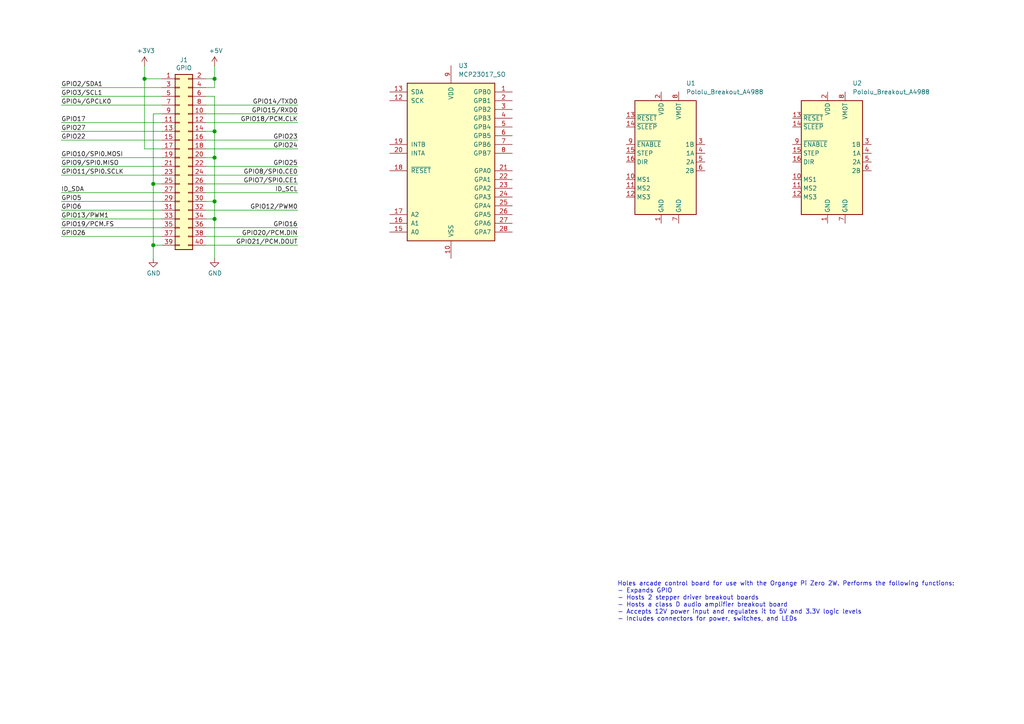
<source format=kicad_sch>
(kicad_sch (version 20250114) (generator "eeschema") (generator_version "9.0")
  (paper "A4")
  (title_block (title "Holes arcade control board") (date "2025-06-07") (rev "1"))
  (lib_symbols
    (symbol "Connector_Generic:Conn_02x20_Odd_Even" (pin_names (offset 1.016) (hide yes))
      (property "Reference" "J" (at 1.27 25.4 0))
      (property "Value" "Conn_02x20_Odd_Even" (at 1.27 -27.94 0))
      (symbol "Conn_02x20_Odd_Even_1_1"
        (rectangle (start -1.27 24.13) (end 3.81 -26.67) (stroke (width 0.254)) (fill (type background)))
        (rectangle (start -1.27 22.987) (end 0 22.733) (stroke (width 0.1524)))
        (rectangle (start -1.27 20.447) (end 0 20.193) (stroke (width 0.1524)))
        (rectangle (start -1.27 17.907) (end 0 17.653) (stroke (width 0.1524)))
        (rectangle (start -1.27 15.367) (end 0 15.113) (stroke (width 0.1524)))
        (rectangle (start -1.27 12.827) (end 0 12.573) (stroke (width 0.1524)))
        (rectangle (start -1.27 10.287) (end 0 10.033) (stroke (width 0.1524)))
        (rectangle (start -1.27 7.747) (end 0 7.493) (stroke (width 0.1524)))
        (rectangle (start -1.27 5.207) (end 0 4.953) (stroke (width 0.1524)))
        (rectangle (start -1.27 2.667) (end 0 2.413) (stroke (width 0.1524)))
        (rectangle (start -1.27 0.127) (end 0 -0.127) (stroke (width 0.1524)))
        (rectangle (start -1.27 -2.413) (end 0 -2.667) (stroke (width 0.1524)))
        (rectangle (start -1.27 -4.953) (end 0 -5.207) (stroke (width 0.1524)))
        (rectangle (start -1.27 -7.493) (end 0 -7.747) (stroke (width 0.1524)))
        (rectangle (start -1.27 -10.033) (end 0 -10.287) (stroke (width 0.1524)))
        (rectangle (start -1.27 -12.573) (end 0 -12.827) (stroke (width 0.1524)))
        (rectangle (start -1.27 -15.113) (end 0 -15.367) (stroke (width 0.1524)))
        (rectangle (start -1.27 -17.653) (end 0 -17.907) (stroke (width 0.1524)))
        (rectangle (start -1.27 -20.193) (end 0 -20.447) (stroke (width 0.1524)))
        (rectangle (start -1.27 -22.733) (end 0 -22.987) (stroke (width 0.1524)))
        (rectangle (start -1.27 -25.273) (end 0 -25.527) (stroke (width 0.1524)))
        (rectangle (start 3.81 22.987) (end 2.54 22.733) (stroke (width 0.1524)))
        (rectangle (start 3.81 20.447) (end 2.54 20.193) (stroke (width 0.1524)))
        (rectangle (start 3.81 17.907) (end 2.54 17.653) (stroke (width 0.1524)))
        (rectangle (start 3.81 15.367) (end 2.54 15.113) (stroke (width 0.1524)))
        (rectangle (start 3.81 12.827) (end 2.54 12.573) (stroke (width 0.1524)))
        (rectangle (start 3.81 10.287) (end 2.54 10.033) (stroke (width 0.1524)))
        (rectangle (start 3.81 7.747) (end 2.54 7.493) (stroke (width 0.1524)))
        (rectangle (start 3.81 5.207) (end 2.54 4.953) (stroke (width 0.1524)))
        (rectangle (start 3.81 2.667) (end 2.54 2.413) (stroke (width 0.1524)))
        (rectangle (start 3.81 0.127) (end 2.54 -0.127) (stroke (width 0.1524)))
        (rectangle (start 3.81 -2.413) (end 2.54 -2.667) (stroke (width 0.1524)))
        (rectangle (start 3.81 -4.953) (end 2.54 -5.207) (stroke (width 0.1524)))
        (rectangle (start 3.81 -7.493) (end 2.54 -7.747) (stroke (width 0.1524)))
        (rectangle (start 3.81 -10.033) (end 2.54 -10.287) (stroke (width 0.1524)))
        (rectangle (start 3.81 -12.573) (end 2.54 -12.827) (stroke (width 0.1524)))
        (rectangle (start 3.81 -15.113) (end 2.54 -15.367) (stroke (width 0.1524)))
        (rectangle (start 3.81 -17.653) (end 2.54 -17.907) (stroke (width 0.1524)))
        (rectangle (start 3.81 -20.193) (end 2.54 -20.447) (stroke (width 0.1524)))
        (rectangle (start 3.81 -22.733) (end 2.54 -22.987) (stroke (width 0.1524)))
        (rectangle (start 3.81 -25.273) (end 2.54 -25.527) (stroke (width 0.1524)))
        (pin passive line (at -5.08 22.86 0) (length 3.81) (name "Pin_1") (number "1"))
        (pin passive line (at -5.08 20.32 0) (length 3.81) (name "Pin_3") (number "3"))
        (pin passive line (at -5.08 17.78 0) (length 3.81) (name "Pin_5") (number "5"))
        (pin passive line (at -5.08 15.24 0) (length 3.81) (name "Pin_7") (number "7"))
        (pin passive line (at -5.08 12.7 0) (length 3.81) (name "Pin_9") (number "9"))
        (pin passive line (at -5.08 10.16 0) (length 3.81) (name "Pin_11") (number "11"))
        (pin passive line (at -5.08 7.62 0) (length 3.81) (name "Pin_13") (number "13"))
        (pin passive line (at -5.08 5.08 0) (length 3.81) (name "Pin_15") (number "15"))
        (pin passive line (at -5.08 2.54 0) (length 3.81) (name "Pin_17") (number "17"))
        (pin passive line (at -5.08 0 0) (length 3.81) (name "Pin_19") (number "19"))
        (pin passive line (at -5.08 -2.54 0) (length 3.81) (name "Pin_21") (number "21"))
        (pin passive line (at -5.08 -5.08 0) (length 3.81) (name "Pin_23") (number "23"))
        (pin passive line (at -5.08 -7.62 0) (length 3.81) (name "Pin_25") (number "25"))
        (pin passive line (at -5.08 -10.16 0) (length 3.81) (name "Pin_27") (number "27"))
        (pin passive line (at -5.08 -12.7 0) (length 3.81) (name "Pin_29") (number "29"))
        (pin passive line (at -5.08 -15.24 0) (length 3.81) (name "Pin_31") (number "31"))
        (pin passive line (at -5.08 -17.78 0) (length 3.81) (name "Pin_33") (number "33"))
        (pin passive line (at -5.08 -20.32 0) (length 3.81) (name "Pin_35") (number "35"))
        (pin passive line (at -5.08 -22.86 0) (length 3.81) (name "Pin_37") (number "37"))
        (pin passive line (at -5.08 -25.4 0) (length 3.81) (name "Pin_39") (number "39"))
        (pin passive line (at 7.62 22.86 180) (length 3.81) (name "Pin_2") (number "2"))
        (pin passive line (at 7.62 20.32 180) (length 3.81) (name "Pin_4") (number "4"))
        (pin passive line (at 7.62 17.78 180) (length 3.81) (name "Pin_6") (number "6"))
        (pin passive line (at 7.62 15.24 180) (length 3.81) (name "Pin_8") (number "8"))
        (pin passive line (at 7.62 12.7 180) (length 3.81) (name "Pin_10") (number "10"))
        (pin passive line (at 7.62 10.16 180) (length 3.81) (name "Pin_12") (number "12"))
        (pin passive line (at 7.62 7.62 180) (length 3.81) (name "Pin_14") (number "14"))
        (pin passive line (at 7.62 5.08 180) (length 3.81) (name "Pin_16") (number "16"))
        (pin passive line (at 7.62 2.54 180) (length 3.81) (name "Pin_18") (number "18"))
        (pin passive line (at 7.62 0 180) (length 3.81) (name "Pin_20") (number "20"))
        (pin passive line (at 7.62 -2.54 180) (length 3.81) (name "Pin_22") (number "22"))
        (pin passive line (at 7.62 -5.08 180) (length 3.81) (name "Pin_24") (number "24"))
        (pin passive line (at 7.62 -7.62 180) (length 3.81) (name "Pin_26") (number "26"))
        (pin passive line (at 7.62 -10.16 180) (length 3.81) (name "Pin_28") (number "28"))
        (pin passive line (at 7.62 -12.7 180) (length 3.81) (name "Pin_30") (number "30"))
        (pin passive line (at 7.62 -15.24 180) (length 3.81) (name "Pin_32") (number "32"))
        (pin passive line (at 7.62 -17.78 180) (length 3.81) (name "Pin_34") (number "34"))
        (pin passive line (at 7.62 -20.32 180) (length 3.81) (name "Pin_36") (number "36"))
        (pin passive line (at 7.62 -22.86 180) (length 3.81) (name "Pin_38") (number "38"))
        (pin passive line (at 7.62 -25.4 180) (length 3.81) (name "Pin_40") (number "40"))
      )
    )
    (symbol "Driver_Motor:Pololu_Breakout_A4988"
      (property "Reference" "A" (at -2.54 19.05 0))
      (property "Value" "Pololu_Breakout_A4988" (at -2.54 16.51 0))
      (symbol "Pololu_Breakout_A4988_0_1"
        (rectangle (start 10.16 -17.78) (end -7.62 15.24) (stroke (width 0.254)) (fill (type background)))
      )
      (symbol "Pololu_Breakout_A4988_1_1"
        (pin input line (at -10.16 10.16 0) (length 2.54) (name "~{RESET}") (number "13"))
        (pin input line (at -10.16 7.62 0) (length 2.54) (name "~{SLEEP}") (number "14"))
        (pin input line (at -10.16 2.54 0) (length 2.54) (name "~{ENABLE}") (number "9"))
        (pin input line (at -10.16 0 0) (length 2.54) (name "STEP") (number "15"))
        (pin input line (at -10.16 -2.54 0) (length 2.54) (name "DIR") (number "16"))
        (pin input line (at -10.16 -7.62 0) (length 2.54) (name "MS1") (number "10"))
        (pin input line (at -10.16 -10.16 0) (length 2.54) (name "MS2") (number "11"))
        (pin input line (at -10.16 -12.7 0) (length 2.54) (name "MS3") (number "12"))
        (pin power_in line (at 0 17.78 270) (length 2.54) (name "VDD") (number "2"))
        (pin power_in line (at 0 -20.32 90) (length 2.54) (name "GND") (number "1"))
        (pin power_in line (at 5.08 17.78 270) (length 2.54) (name "VMOT") (number "8"))
        (pin power_in line (at 5.08 -20.32 90) (length 2.54) (name "GND") (number "7"))
        (pin output line (at 12.7 2.54 180) (length 2.54) (name "1B") (number "3"))
        (pin output line (at 12.7 0 180) (length 2.54) (name "1A") (number "4"))
        (pin output line (at 12.7 -2.54 180) (length 2.54) (name "2A") (number "5"))
        (pin output line (at 12.7 -5.08 180) (length 2.54) (name "2B") (number "6"))
      )
    )
    (symbol "Interface_Expansion:MCP23017_SO" (pin_names (offset 1.016))
      (property "Reference" "U" (at -11.43 24.13 0))
      (property "Value" "MCP23017_SO" (at 0 0 0))
      (symbol "MCP23017_SO_0_1"
        (rectangle (start -12.7 22.86) (end 12.7 -22.86) (stroke (width 0.254)) (fill (type background)))
      )
      (symbol "MCP23017_SO_1_1"
        (pin bidirectional line (at -17.78 20.32 0) (length 5.08) (name "SDA") (number "13"))
        (pin input line (at -17.78 17.78 0) (length 5.08) (name "SCK") (number "12"))
        (pin tri_state line (at -17.78 5.08 0) (length 5.08) (name "INTB") (number "19"))
        (pin tri_state line (at -17.78 2.54 0) (length 5.08) (name "INTA") (number "20"))
        (pin input line (at -17.78 -2.54 0) (length 5.08) (name "~{RESET}") (number "18"))
        (pin input line (at -17.78 -15.24 0) (length 5.08) (name "A2") (number "17"))
        (pin input line (at -17.78 -17.78 0) (length 5.08) (name "A1") (number "16"))
        (pin input line (at -17.78 -20.32 0) (length 5.08) (name "A0") (number "15"))
        (pin no_connect line (at -12.7 15.24 0) (length 5.08) (hide yes) (name "NC") (number "11"))
        (pin no_connect line (at -12.7 12.7 0) (length 5.08) (hide yes) (name "NC") (number "14"))
        (pin power_in line (at 0 27.94 270) (length 5.08) (name "VDD") (number "9"))
        (pin power_in line (at 0 -27.94 90) (length 5.08) (name "VSS") (number "10"))
        (pin bidirectional line (at 17.78 20.32 180) (length 5.08) (name "GPB0") (number "1"))
        (pin bidirectional line (at 17.78 17.78 180) (length 5.08) (name "GPB1") (number "2"))
        (pin bidirectional line (at 17.78 15.24 180) (length 5.08) (name "GPB2") (number "3"))
        (pin bidirectional line (at 17.78 12.7 180) (length 5.08) (name "GPB3") (number "4"))
        (pin bidirectional line (at 17.78 10.16 180) (length 5.08) (name "GPB4") (number "5"))
        (pin bidirectional line (at 17.78 7.62 180) (length 5.08) (name "GPB5") (number "6"))
        (pin bidirectional line (at 17.78 5.08 180) (length 5.08) (name "GPB6") (number "7"))
        (pin output line (at 17.78 2.54 180) (length 5.08) (name "GPB7") (number "8"))
        (pin bidirectional line (at 17.78 -2.54 180) (length 5.08) (name "GPA0") (number "21"))
        (pin bidirectional line (at 17.78 -5.08 180) (length 5.08) (name "GPA1") (number "22"))
        (pin bidirectional line (at 17.78 -7.62 180) (length 5.08) (name "GPA2") (number "23"))
        (pin bidirectional line (at 17.78 -10.16 180) (length 5.08) (name "GPA3") (number "24"))
        (pin bidirectional line (at 17.78 -12.7 180) (length 5.08) (name "GPA4") (number "25"))
        (pin bidirectional line (at 17.78 -15.24 180) (length 5.08) (name "GPA5") (number "26"))
        (pin bidirectional line (at 17.78 -17.78 180) (length 5.08) (name "GPA6") (number "27"))
        (pin output line (at 17.78 -20.32 180) (length 5.08) (name "GPA7") (number "28"))
      )
    )
    (symbol "power:+3.3V" (power) (pin_numbers (hide yes)) (pin_names (offset 0) (hide yes))
      (property "Value" "+3.3V" (at 0 3.556 0))
      (symbol "+3.3V_0_1"
        (polyline (pts (xy -0.762 1.27) (xy 0 2.54)))
        (polyline (pts (xy 0 2.54) (xy 0.762 1.27)))
        (polyline (pts (xy 0 0) (xy 0 2.54)))
      )
      (symbol "+3.3V_1_1"
        (pin power_in line (at 0 0 90) (length 0) (name "~") (number "1"))
      )
    )
    (symbol "power:+5V" (power) (pin_numbers (hide yes)) (pin_names (offset 0) (hide yes))
      (property "Value" "+5V" (at 0 3.556 0))
      (symbol "+5V_0_1"
        (polyline (pts (xy -0.762 1.27) (xy 0 2.54)))
        (polyline (pts (xy 0 2.54) (xy 0.762 1.27)))
        (polyline (pts (xy 0 0) (xy 0 2.54)))
      )
      (symbol "+5V_1_1"
        (pin power_in line (at 0 0 90) (length 0) (name "~") (number "1"))
      )
    )
    (symbol "power:GND" (power) (pin_numbers (hide yes)) (pin_names (offset 0) (hide yes))
      (property "Value" "GND" (at 0 -3.81 0))
      (symbol "GND_0_1"
        (polyline (pts (xy 0 0) (xy 0 -1.27) (xy 1.27 -1.27) (xy 0 -2.54) (xy -1.27 -1.27) (xy 0 -1.27)))
      )
      (symbol "GND_1_1"
        (pin power_in line (at 0 0 270) (length 0) (name "~") (number "1"))
      )
    )
  )
  (text "Holes arcade control board for use with the Organge Pi Zero 2W. Performs the following functions:\n- Expands GPIO\n- Hosts 2 stepper driver breakout boards\n- Hosts a class D audio amplifier breakout board\n- Accepts 12V power input and regulates it to 5V and 3.3V logic levels\n- Includes connectors for power, switches, and LEDs" (at 179.07 180.34 0) (effects (font (size 1.27 1.27)) (justify left bottom)))
  (junction (at 62.23 58.42) (diameter 1.016))
  (junction (at 41.91 22.86) (diameter 1.016))
  (junction (at 62.23 63.5) (diameter 1.016))
  (junction (at 44.45 53.34) (diameter 1.016))
  (junction (at 62.23 45.72) (diameter 1.016))
  (junction (at 62.23 38.1) (diameter 1.016))
  (junction (at 44.45 71.12) (diameter 1.016))
  (junction (at 62.23 22.86) (diameter 1.016))
  (wire (pts (xy 44.45 53.34) (xy 44.45 71.12)))
  (wire (pts (xy 59.69 53.34) (xy 86.36 53.34)))
  (wire (pts (xy 46.99 35.56) (xy 17.78 35.56)))
  (wire (pts (xy 62.23 27.94) (xy 62.23 38.1)))
  (wire (pts (xy 62.23 45.72) (xy 59.69 45.72)))
  (wire (pts (xy 62.23 58.42) (xy 62.23 63.5)))
  (wire (pts (xy 62.23 45.72) (xy 62.23 58.42)))
  (wire (pts (xy 59.69 30.48) (xy 86.36 30.48)))
  (wire (pts (xy 44.45 33.02) (xy 44.45 53.34)))
  (wire (pts (xy 44.45 33.02) (xy 46.99 33.02)))
  (wire (pts (xy 59.69 50.8) (xy 86.36 50.8)))
  (wire (pts (xy 46.99 55.88) (xy 17.78 55.88)))
  (wire (pts (xy 17.78 58.42) (xy 46.99 58.42)))
  (wire (pts (xy 44.45 53.34) (xy 46.99 53.34)))
  (wire (pts (xy 59.69 40.64) (xy 86.36 40.64)))
  (wire (pts (xy 59.69 71.12) (xy 86.36 71.12)))
  (wire (pts (xy 44.45 71.12) (xy 44.45 74.93)))
  (wire (pts (xy 17.78 38.1) (xy 46.99 38.1)))
  (wire (pts (xy 41.91 19.05) (xy 41.91 22.86)))
  (wire (pts (xy 62.23 63.5) (xy 59.69 63.5)))
  (wire (pts (xy 17.78 27.94) (xy 46.99 27.94)))
  (wire (pts (xy 17.78 50.8) (xy 46.99 50.8)))
  (wire (pts (xy 41.91 43.18) (xy 46.99 43.18)))
  (wire (pts (xy 46.99 25.4) (xy 17.78 25.4)))
  (wire (pts (xy 62.23 22.86) (xy 62.23 25.4)))
  (wire (pts (xy 62.23 38.1) (xy 62.23 45.72)))
  (wire (pts (xy 59.69 35.56) (xy 86.36 35.56)))
  (wire (pts (xy 62.23 38.1) (xy 59.69 38.1)))
  (wire (pts (xy 62.23 19.05) (xy 62.23 22.86)))
  (wire (pts (xy 17.78 30.48) (xy 46.99 30.48)))
  (wire (pts (xy 62.23 22.86) (xy 59.69 22.86)))
  (wire (pts (xy 41.91 22.86) (xy 41.91 43.18)))
  (wire (pts (xy 59.69 43.18) (xy 86.36 43.18)))
  (wire (pts (xy 59.69 33.02) (xy 86.36 33.02)))
  (wire (pts (xy 17.78 40.64) (xy 46.99 40.64)))
  (wire (pts (xy 17.78 48.26) (xy 46.99 48.26)))
  (wire (pts (xy 17.78 60.96) (xy 46.99 60.96)))
  (wire (pts (xy 62.23 25.4) (xy 59.69 25.4)))
  (wire (pts (xy 17.78 66.04) (xy 46.99 66.04)))
  (wire (pts (xy 59.69 66.04) (xy 86.36 66.04)))
  (wire (pts (xy 59.69 60.96) (xy 86.36 60.96)))
  (wire (pts (xy 44.45 71.12) (xy 46.99 71.12)))
  (wire (pts (xy 59.69 68.58) (xy 86.36 68.58)))
  (wire (pts (xy 62.23 27.94) (xy 59.69 27.94)))
  (wire (pts (xy 17.78 68.58) (xy 46.99 68.58)))
  (wire (pts (xy 62.23 63.5) (xy 62.23 74.93)))
  (wire (pts (xy 59.69 48.26) (xy 86.36 48.26)))
  (wire (pts (xy 46.99 63.5) (xy 17.78 63.5)))
  (wire (pts (xy 62.23 58.42) (xy 59.69 58.42)))
  (wire (pts (xy 41.91 22.86) (xy 46.99 22.86)))
  (wire (pts (xy 46.99 45.72) (xy 17.78 45.72)))
  (wire (pts (xy 59.69 55.88) (xy 86.36 55.88)))
  (label "ID_SDA" (at 17.78 55.88 0))
  (label "GPIO6" (at 17.78 60.96 0))
  (label "ID_SCL" (at 86.36 55.88 180))
  (label "GPIO5" (at 17.78 58.42 0))
  (label "GPIO21{slash}PCM.DOUT" (at 86.36 71.12 180))
  (label "GPIO19{slash}PCM.FS" (at 17.78 66.04 0))
  (label "GPIO10{slash}SPI0.MOSI" (at 17.78 45.72 0))
  (label "GPIO9{slash}SPI0.MISO" (at 17.78 48.26 0))
  (label "GPIO23" (at 86.36 40.64 180))
  (label "GPIO4{slash}GPCLK0" (at 17.78 30.48 0))
  (label "GPIO27" (at 17.78 38.1 0))
  (label "GPIO26" (at 17.78 68.58 0))
  (label "GPIO14{slash}TXD0" (at 86.36 30.48 180))
  (label "GPIO8{slash}SPI0.CE0" (at 86.36 50.8 180))
  (label "GPIO15{slash}RXD0" (at 86.36 33.02 180))
  (label "GPIO16" (at 86.36 66.04 180))
  (label "GPIO22" (at 17.78 40.64 0))
  (label "GPIO2{slash}SDA1" (at 17.78 25.4 0))
  (label "GPIO17" (at 17.78 35.56 0))
  (label "GPIO25" (at 86.36 48.26 180))
  (label "GPIO3{slash}SCL1" (at 17.78 27.94 0))
  (label "GPIO18{slash}PCM.CLK" (at 86.36 35.56 180))
  (label "GPIO12{slash}PWM0" (at 86.36 60.96 180))
  (label "GPIO13{slash}PWM1" (at 17.78 63.5 0))
  (label "GPIO20{slash}PCM.DIN" (at 86.36 68.58 180))
  (label "GPIO24" (at 86.36 43.18 180))
  (label "GPIO7{slash}SPI0.CE1" (at 86.36 53.34 180))
  (label "GPIO11{slash}SPI0.SCLK" (at 17.78 50.8 0))
  (symbol (lib_id "power:+5V") (at 62.23 19.05 0) (unit 1)
    (property "Reference" "#PWR01" (effects (hide yes)))
    (property "Value" "+5V" (at 62.5983 14.7256 0))
    (property "Description" "Power symbol creates a global label with name \"+5V\"" (effects (hide yes)))
  )
  (symbol (lib_id "power:+3.3V") (at 41.91 19.05 0) (unit 1)
    (property "Reference" "#PWR04" (effects (hide yes)))
    (property "Value" "+3V3" (at 42.2783 14.7256 0))
    (property "Description" "Power symbol creates a global label with name \"+3.3V\"" (effects (hide yes)))
  )
  (symbol (lib_id "power:GND") (at 62.23 74.93 0) (unit 1)
    (property "Reference" "#PWR02" (effects (hide yes)))
    (property "Value" "GND" (at 62.3443 79.2544 0))
    (property "Description" "Power symbol creates a global label with name \"GND\" , ground" (effects (hide yes)))
  )
  (symbol (lib_id "power:GND") (at 44.45 74.93 0) (unit 1)
    (property "Reference" "#PWR03" (effects (hide yes)))
    (property "Value" "GND" (at 44.5643 79.2544 0))
    (property "Description" "Power symbol creates a global label with name \"GND\" , ground" (effects (hide yes)))
  )
  (symbol (lib_id "Connector_Generic:Conn_02x20_Odd_Even") (at 52.07 45.72 0) (unit 1)
    (property "Reference" "J1" (at 53.34 17.3798 0))
    (property "Value" "GPIO" (at 53.34 19.685 0))
    (property "Footprint" "Connector_PinSocket_2.54mm:PinSocket_2x20_P2.54mm_Vertical" (effects (hide yes)))
    (property "Description" "Generic connector, double row, 02x20, odd/even pin numbering scheme (row 1 odd numbers, row 2 even numbers), script generated (kicad-library-utils/schlib/autogen/connector/)" (effects (hide yes)))
    (property "Notes" "27 and 28 reserved for I2C hat detection" (effects (hide yes)))
    (property "Purpose" "Main pi GPIO connection" (effects (hide yes)))
  )
  (symbol (lib_id "Driver_Motor:Pololu_Breakout_A4988") (at 191.77 44.45 0) (unit 1)
    (property "Reference" "U1" (at 198.9933 24.13 0) (effects (justify left)))
    (property "Value" "Pololu_Breakout_A4988" (at 198.9933 26.67 0) (effects (justify left)))
    (property "Footprint" "Module:Pololu_Breakout-16_15.2x20.3mm" (effects (hide yes)))
    (property "Datasheet" "https://www.pololu.com/product/2980/pictures" (effects (hide yes)))
    (property "Description" "Pololu Breakout Board, Stepper Driver A4988" (effects (hide yes)))
    (property "Purpose" "Left stepper driver" (effects (hide yes)))
  )
  (symbol (lib_id "Driver_Motor:Pololu_Breakout_A4988") (at 240.03 44.45 0) (unit 1)
    (property "Reference" "U2" (at 247.2533 24.13 0) (effects (justify left)))
    (property "Value" "Pololu_Breakout_A4988" (at 247.2533 26.67 0) (effects (justify left)))
    (property "Footprint" "Module:Pololu_Breakout-16_15.2x20.3mm" (effects (hide yes)))
    (property "Datasheet" "https://www.pololu.com/product/2980/pictures" (effects (hide yes)))
    (property "Description" "Pololu Breakout Board, Stepper Driver A4988" (effects (hide yes)))
    (property "Purpose" "Right stepper driver" (effects (hide yes)))
  )
  (symbol (lib_id "Interface_Expansion:MCP23017_SO") (at 130.81 46.99 0) (unit 1)
    (property "Reference" "U3" (at 132.9533 19.05 0) (effects (justify left)))
    (property "Value" "MCP23017_SO" (at 132.9533 21.59 0) (effects (justify left)))
    (property "Footprint" "Package_SO:SOIC-28W_7.5x17.9mm_P1.27mm" (effects (hide yes)))
    (property "Datasheet" "https://ww1.microchip.com/downloads/aemDocuments/documents/APID/ProductDocuments/DataSheets/MCP23017-Data-Sheet-DS20001952.pdf" (effects (hide yes)))
    (property "Description" "16-bit I/O expander, I2C, interrupts, w pull-ups, GPA/B7 output only (https://microchip.my.site.com/s/article/GPA7---GPB7-Cannot-Be-Used-as-Inputs-In-MCP23017),  SOIC-28" (effects (hide yes)))
    (property "Purpose" "GPIO expansion" (effects (hide yes)))
  )
)
</source>
